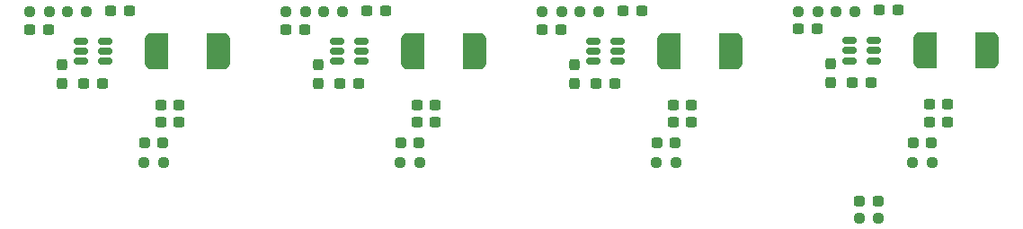
<source format=gtp>
G04 #@! TF.GenerationSoftware,KiCad,Pcbnew,(6.0.9)*
G04 #@! TF.CreationDate,2023-02-01T20:08:34-08:00*
G04 #@! TF.ProjectId,regulator_board,72656775-6c61-4746-9f72-5f626f617264,rev?*
G04 #@! TF.SameCoordinates,Original*
G04 #@! TF.FileFunction,Paste,Top*
G04 #@! TF.FilePolarity,Positive*
%FSLAX46Y46*%
G04 Gerber Fmt 4.6, Leading zero omitted, Abs format (unit mm)*
G04 Created by KiCad (PCBNEW (6.0.9)) date 2023-02-01 20:08:34*
%MOMM*%
%LPD*%
G01*
G04 APERTURE LIST*
G04 Aperture macros list*
%AMRoundRect*
0 Rectangle with rounded corners*
0 $1 Rounding radius*
0 $2 $3 $4 $5 $6 $7 $8 $9 X,Y pos of 4 corners*
0 Add a 4 corners polygon primitive as box body*
4,1,4,$2,$3,$4,$5,$6,$7,$8,$9,$2,$3,0*
0 Add four circle primitives for the rounded corners*
1,1,$1+$1,$2,$3*
1,1,$1+$1,$4,$5*
1,1,$1+$1,$6,$7*
1,1,$1+$1,$8,$9*
0 Add four rect primitives between the rounded corners*
20,1,$1+$1,$2,$3,$4,$5,0*
20,1,$1+$1,$4,$5,$6,$7,0*
20,1,$1+$1,$6,$7,$8,$9,0*
20,1,$1+$1,$8,$9,$2,$3,0*%
%AMFreePoly0*
4,1,17,-1.075000,1.162500,-1.059485,1.290712,-1.005777,1.426361,-0.917570,1.542570,-0.801361,1.630777,-0.665712,1.684485,-0.537500,1.700000,1.075000,1.700000,1.075000,-1.700000,-0.537500,-1.700000,-0.665712,-1.684485,-0.801361,-1.630777,-0.917570,-1.542570,-1.005777,-1.426361,-1.059485,-1.290712,-1.075000,-1.162500,-1.075000,1.162500,-1.075000,1.162500,$1*%
%AMFreePoly1*
4,1,17,-1.075000,1.700000,0.537500,1.700000,0.665712,1.684485,0.801361,1.630777,0.917570,1.542570,1.005777,1.426361,1.059485,1.290712,1.075000,1.162500,1.075000,-1.162500,1.059485,-1.290712,1.005777,-1.426361,0.917570,-1.542570,0.801361,-1.630777,0.665712,-1.684485,0.537500,-1.700000,-1.075000,-1.700000,-1.075000,1.700000,-1.075000,1.700000,$1*%
G04 Aperture macros list end*
%ADD10RoundRect,0.237500X0.250000X0.237500X-0.250000X0.237500X-0.250000X-0.237500X0.250000X-0.237500X0*%
%ADD11RoundRect,0.237500X-0.300000X-0.237500X0.300000X-0.237500X0.300000X0.237500X-0.300000X0.237500X0*%
%ADD12RoundRect,0.237500X-0.250000X-0.237500X0.250000X-0.237500X0.250000X0.237500X-0.250000X0.237500X0*%
%ADD13RoundRect,0.237500X0.300000X0.237500X-0.300000X0.237500X-0.300000X-0.237500X0.300000X-0.237500X0*%
%ADD14RoundRect,0.150000X-0.512500X-0.150000X0.512500X-0.150000X0.512500X0.150000X-0.512500X0.150000X0*%
%ADD15RoundRect,0.237500X0.237500X-0.287500X0.237500X0.287500X-0.237500X0.287500X-0.237500X-0.287500X0*%
%ADD16RoundRect,0.237500X0.287500X0.237500X-0.287500X0.237500X-0.287500X-0.237500X0.287500X-0.237500X0*%
%ADD17RoundRect,0.237500X-0.287500X-0.237500X0.287500X-0.237500X0.287500X0.237500X-0.287500X0.237500X0*%
%ADD18FreePoly0,0.000000*%
%ADD19FreePoly1,0.000000*%
G04 APERTURE END LIST*
D10*
X152691500Y-149396750D03*
X150866500Y-149396750D03*
D11*
X77877500Y-136652000D03*
X79602500Y-136652000D03*
D12*
X83542500Y-144145000D03*
X85367500Y-144145000D03*
D13*
X135101500Y-140335000D03*
X133376500Y-140335000D03*
X82142500Y-129794000D03*
X80417500Y-129794000D03*
D12*
X155932500Y-144145000D03*
X157757500Y-144145000D03*
D14*
X125862500Y-132654000D03*
X125862500Y-133604000D03*
X125862500Y-134554000D03*
X128137500Y-134554000D03*
X128137500Y-133604000D03*
X128137500Y-132654000D03*
D12*
X107672500Y-144145000D03*
X109497500Y-144145000D03*
D13*
X86841500Y-138684000D03*
X85116500Y-138684000D03*
D15*
X124079000Y-136638000D03*
X124079000Y-134888000D03*
X75819000Y-136638000D03*
X75819000Y-134888000D03*
D13*
X159231500Y-138644000D03*
X157506500Y-138644000D03*
D11*
X96927500Y-131572000D03*
X98652500Y-131572000D03*
D16*
X152654000Y-147745750D03*
X150904000Y-147745750D03*
D17*
X131840000Y-142240000D03*
X133590000Y-142240000D03*
D18*
X108835000Y-133604000D03*
D19*
X114685000Y-133604000D03*
D13*
X106272500Y-129794000D03*
X104547500Y-129794000D03*
D11*
X102007500Y-136652000D03*
X103732500Y-136652000D03*
D12*
X100433500Y-129921000D03*
X102258500Y-129921000D03*
D11*
X145187500Y-131532000D03*
X146912500Y-131532000D03*
D12*
X121057500Y-129921000D03*
X122882500Y-129921000D03*
D13*
X154532500Y-129754000D03*
X152807500Y-129754000D03*
D11*
X72797500Y-131572000D03*
X74522500Y-131572000D03*
X150267500Y-136612000D03*
X151992500Y-136612000D03*
D13*
X159231500Y-140295000D03*
X157506500Y-140295000D03*
D18*
X84705000Y-133604000D03*
D19*
X90555000Y-133604000D03*
D13*
X135101500Y-138684000D03*
X133376500Y-138684000D03*
D18*
X157095000Y-133564000D03*
D19*
X162945000Y-133564000D03*
D12*
X72797500Y-129921000D03*
X74622500Y-129921000D03*
X124563500Y-129921000D03*
X126388500Y-129921000D03*
D14*
X101732500Y-132654000D03*
X101732500Y-133604000D03*
X101732500Y-134554000D03*
X104007500Y-134554000D03*
X104007500Y-133604000D03*
X104007500Y-132654000D03*
D17*
X107710000Y-142240000D03*
X109460000Y-142240000D03*
D12*
X96927500Y-129921000D03*
X98752500Y-129921000D03*
X148693500Y-129881000D03*
X150518500Y-129881000D03*
X131802500Y-144145000D03*
X133627500Y-144145000D03*
X76303500Y-129921000D03*
X78128500Y-129921000D03*
D13*
X86841500Y-140335000D03*
X85116500Y-140335000D03*
D14*
X77602500Y-132654000D03*
X77602500Y-133604000D03*
X77602500Y-134554000D03*
X79877500Y-134554000D03*
X79877500Y-133604000D03*
X79877500Y-132654000D03*
D17*
X83580000Y-142240000D03*
X85330000Y-142240000D03*
D14*
X149992500Y-132614000D03*
X149992500Y-133564000D03*
X149992500Y-134514000D03*
X152267500Y-134514000D03*
X152267500Y-133564000D03*
X152267500Y-132614000D03*
D13*
X130402500Y-129794000D03*
X128677500Y-129794000D03*
D11*
X126137500Y-136652000D03*
X127862500Y-136652000D03*
D13*
X110971500Y-138684000D03*
X109246500Y-138684000D03*
X110971500Y-140335000D03*
X109246500Y-140335000D03*
D15*
X99949000Y-136638000D03*
X99949000Y-134888000D03*
X148209000Y-136598000D03*
X148209000Y-134848000D03*
D18*
X132965000Y-133604000D03*
D19*
X138815000Y-133604000D03*
D11*
X121057500Y-131572000D03*
X122782500Y-131572000D03*
D17*
X155970000Y-142240000D03*
X157720000Y-142240000D03*
D12*
X145187500Y-129881000D03*
X147012500Y-129881000D03*
M02*

</source>
